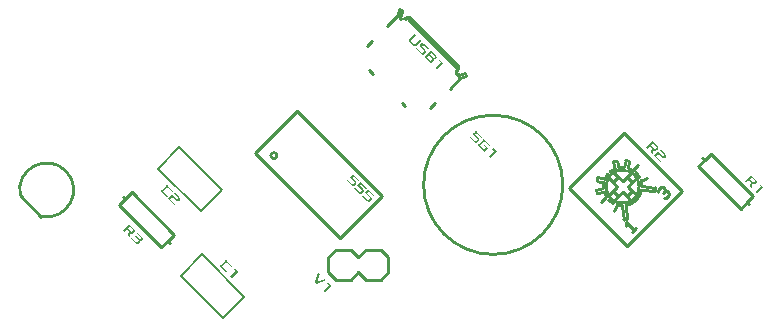
<source format=gto>
G04 ---------------------------- Layer name :TOP SILK LAYER*
G04 easyEDA 0.1*
G04 Scale: 100 percent, Rotated: No, Reflected: No *
G04 Dimensions in inches *
G04 leading zeros omitted , absolute positions ,2 integer and 4 * 
%FSLAX24Y24*%
%MOIN*%
G90*
G70D02*

%ADD10C,0.010000*%
%ADD11C,0.007900*%
%ADD12C,0.009000*%

%LPD*%
G54D10*
G01X30988Y7249D02*
G01X29573Y8663D01*
G01X29573Y8663D02*
G01X29786Y8876D01*
G01X29786Y8876D02*
G01X29998Y9088D01*
G01X29998Y9088D02*
G01X31412Y7673D01*
G01X31412Y7673D02*
G01X31200Y7461D01*
G01X31200Y7461D02*
G01X30988Y7249D01*
G01X29786Y8876D02*
G01X29715Y8946D01*
G01X31200Y7461D02*
G01X31271Y7391D01*
G01X18990Y4877D02*
G01X18490Y4877D01*
G01X18490Y4877D02*
G01X18240Y5127D01*
G01X18240Y5627D02*
G01X18490Y5877D01*
G01X18240Y5127D02*
G01X17990Y4877D01*
G01X17990Y4877D02*
G01X17490Y4877D01*
G01X17490Y4877D02*
G01X17240Y5127D01*
G01X17240Y5627D02*
G01X17490Y5877D01*
G01X17490Y5877D02*
G01X17990Y5877D01*
G01X17990Y5877D02*
G01X18240Y5627D01*
G01X19240Y5127D02*
G01X19240Y5627D01*
G01X18990Y4877D02*
G01X19240Y5127D01*
G01X19240Y5627D02*
G01X18990Y5877D01*
G01X18490Y5877D02*
G01X18990Y5877D01*
G01X17240Y5127D02*
G01X17240Y5627D01*
G01X6972Y7700D02*
G01X7680Y6989D01*
G01X10689Y7794D02*
G01X12103Y6380D01*
G01X12103Y6380D02*
G01X11891Y6168D01*
G01X11891Y6168D02*
G01X11679Y5956D01*
G01X11679Y5956D02*
G01X10265Y7370D01*
G01X10265Y7370D02*
G01X10477Y7582D01*
G01X10477Y7582D02*
G01X10689Y7794D01*
G01X11891Y6168D02*
G01X11962Y6097D01*
G01X10477Y7582D02*
G01X10406Y7653D01*
G01X25257Y7945D02*
G01X27095Y9783D01*
G01X27095Y9783D02*
G01X29040Y7839D01*
G01X29040Y7839D02*
G01X27201Y6000D01*
G01X27201Y6000D02*
G01X25257Y7945D01*
G01X27053Y8171D02*
G01X27194Y8312D01*
G01X27194Y8312D02*
G01X27336Y8454D01*
G01X27237Y7987D02*
G01X27378Y8129D01*
G01X27378Y8129D02*
G01X27519Y8270D01*
G01X27053Y7803D02*
G01X27194Y7662D01*
G01X27194Y7662D02*
G01X27336Y7521D01*
G01X27053Y7803D02*
G01X26911Y7662D01*
G01X26911Y7662D02*
G01X26770Y7521D01*
G01X26869Y7987D02*
G01X26727Y7846D01*
G01X26727Y7846D02*
G01X26586Y7704D01*
G01X26869Y7987D02*
G01X26727Y8129D01*
G01X26727Y8129D02*
G01X26586Y8270D01*
G01X27053Y8171D02*
G01X26911Y8312D01*
G01X26911Y8312D02*
G01X26770Y8454D01*
G01X27237Y7987D02*
G01X27378Y7846D01*
G01X27378Y7846D02*
G01X27519Y7704D01*
G01X27194Y8312D02*
G01X27378Y8129D01*
G01X26727Y7846D02*
G01X26911Y7662D01*
G01X26727Y8129D02*
G01X26911Y8312D01*
G01X27194Y7662D02*
G01X27378Y7846D01*
G01X27689Y7874D02*
G01X28142Y7832D01*
G01X27696Y7994D02*
G01X28149Y7952D01*
G01X27166Y7351D02*
G01X27208Y6898D01*
G01X27046Y7344D02*
G01X27095Y6884D01*
G01X27661Y8185D02*
G01X27880Y8277D01*
G01X26855Y7379D02*
G01X26763Y7160D01*
G01X27406Y8525D02*
G01X27555Y8701D01*
G01X27555Y8701D02*
G01X27555Y8701D01*
G01X26515Y7634D02*
G01X26339Y7485D01*
G01X26339Y7485D02*
G01X26339Y7485D01*
G01X27230Y8602D02*
G01X27279Y8836D01*
G01X26438Y7810D02*
G01X26204Y7761D01*
G01X27116Y8631D02*
G01X27159Y8857D01*
G01X26409Y7923D02*
G01X26183Y7881D01*
G01X26918Y8617D02*
G01X26855Y8836D01*
G01X26423Y8121D02*
G01X26204Y8185D01*
G01X26812Y8581D02*
G01X26742Y8807D01*
G01X26459Y8228D02*
G01X26232Y8298D01*
G01X28326Y7987D02*
G01X28396Y7987D01*
G01X28396Y7987D02*
G01X28467Y7916D01*
G01X28467Y7916D02*
G01X28467Y7846D01*
G01X28396Y7775D02*
G01X28467Y7846D01*
G01X28467Y7846D02*
G01X28538Y7846D01*
G01X28538Y7846D02*
G01X28608Y7775D01*
G01X28326Y7987D02*
G01X28219Y7881D01*
G01X28219Y7881D02*
G01X28219Y7810D01*
G01X28608Y7775D02*
G01X28608Y7704D01*
G01X28608Y7704D02*
G01X28502Y7598D01*
G01X28502Y7598D02*
G01X28432Y7598D01*
G01X27159Y6820D02*
G01X27442Y6538D01*
G01X27442Y6538D02*
G01X27512Y6608D01*
G01X27442Y6538D02*
G01X27371Y6467D01*
G01X27159Y6820D02*
G01X27159Y6679D01*
G54D11*
G01X14439Y4312D02*
G01X13025Y5726D01*
G01X12318Y5019D01*
G01X13732Y3605D01*
G01X14439Y4312D01*
G01X11575Y8587D02*
G01X12990Y7173D01*
G01X13697Y7880D01*
G01X12282Y9294D01*
G01X11575Y8587D01*
G54D12*
G01X14794Y9092D02*
G01X17622Y6263D01*
G01X19036Y7677D01*
G01X16208Y10506D01*
G01X14794Y9092D01*
G54D10*
G01X21518Y11736D02*
G01X21560Y11694D01*
G01X21560Y11694D02*
G01X21645Y11609D01*
G01X21645Y11609D02*
G01X21292Y11255D01*
G01X20797Y10760D02*
G01X20627Y10591D01*
G01X19807Y10661D02*
G01X19693Y10775D01*
G01X18718Y11750D02*
G01X18605Y11863D01*
G01X18534Y12684D02*
G01X18704Y12853D01*
G01X19198Y13348D02*
G01X19552Y13702D01*
G01X19552Y13702D02*
G01X19637Y13617D01*
G01X19637Y13617D02*
G01X19679Y13575D01*
G01X21525Y11941D02*
G01X19884Y13582D01*
G01X21581Y11998D02*
G01X19941Y13638D01*
G01X21518Y11849D02*
G01X21525Y11857D01*
G01X21525Y11857D02*
G01X21581Y11913D01*
G01X19793Y13575D02*
G01X19800Y13582D01*
G01X19800Y13582D02*
G01X19856Y13638D01*
G01X21645Y11609D02*
G01X21836Y11659D01*
G01X21836Y11659D02*
G01X21808Y11772D01*
G01X21808Y11772D02*
G01X21603Y11722D01*
G01X19552Y13702D02*
G01X19602Y13893D01*
G01X19602Y13893D02*
G01X19715Y13865D01*
G01X19715Y13865D02*
G01X19672Y13667D01*

%LPD*%
G36*
G01X31330Y8387D02*
G01X31120Y8177D01*
G01X31167Y8130D01*
G01X31259Y8221D01*
G01X31327Y8154D01*
G01X31303Y7994D01*
G01X31355Y7941D01*
G01X31379Y8102D01*
G01X31387Y8094D01*
G01X31387Y8094D01*
G01X31410Y8075D01*
G01X31434Y8066D01*
G01X31456Y8068D01*
G01X31476Y8081D01*
G01X31517Y8123D01*
G01X31517Y8123D01*
G01X31530Y8143D01*
G01X31532Y8165D01*
G01X31524Y8188D01*
G01X31505Y8212D01*
G01X31330Y8387D01*
G37*
G36*
G01X31637Y8080D02*
G01X31610Y8053D01*
G01X31674Y7990D01*
G01X31491Y7806D01*
G01X31538Y7759D01*
G01X31748Y7969D01*
G01X31637Y8080D01*
G37*

%LPC*%
G36*
G01X31405Y8131D02*
G01X31287Y8249D01*
G01X31351Y8313D01*
G01X31469Y8195D01*
G01X31469Y8195D01*
G01X31473Y8189D01*
G01X31475Y8183D01*
G01X31475Y8177D01*
G01X31471Y8172D01*
G01X31427Y8127D01*
G01X31427Y8127D01*
G01X31422Y8124D01*
G01X31417Y8124D01*
G01X31411Y8126D01*
G01X31405Y8131D01*
G37*

%LPD*%

%LPD*%
G36*
G01X16964Y5071D02*
G01X16915Y5119D01*
G01X16809Y4805D01*
G01X16864Y4750D01*
G01X17179Y4856D01*
G01X17129Y4905D01*
G01X16881Y4822D01*
G01X16964Y5071D01*
G37*
G36*
G01X17242Y4792D02*
G01X17215Y4765D01*
G01X17279Y4701D01*
G01X17096Y4518D01*
G01X17144Y4470D01*
G01X17354Y4680D01*
G01X17242Y4792D01*
G37*

%LPD*%

%LPD*%
G36*
G01X21975Y9673D02*
G01X21948Y9646D01*
G01X22123Y9471D01*
G01X22123Y9471D01*
G01X22147Y9452D01*
G01X22171Y9443D01*
G01X22193Y9445D01*
G01X22213Y9458D01*
G01X22266Y9512D01*
G01X22266Y9512D01*
G01X22280Y9532D01*
G01X22282Y9553D01*
G01X22273Y9577D01*
G01X22254Y9601D01*
G01X22139Y9716D01*
G01X22139Y9716D01*
G01X22135Y9722D01*
G01X22133Y9727D01*
G01X22133Y9733D01*
G01X22136Y9738D01*
G01X22169Y9771D01*
G01X22169Y9771D01*
G01X22175Y9774D01*
G01X22180Y9775D01*
G01X22186Y9773D01*
G01X22192Y9769D01*
G01X22341Y9619D01*
G01X22368Y9646D01*
G01X22209Y9805D01*
G01X22209Y9805D01*
G01X22185Y9824D01*
G01X22162Y9833D01*
G01X22140Y9831D01*
G01X22120Y9818D01*
G01X22090Y9788D01*
G01X22090Y9788D01*
G01X22077Y9767D01*
G01X22075Y9745D01*
G01X22083Y9722D01*
G01X22102Y9699D01*
G01X22217Y9584D01*
G01X22217Y9584D01*
G01X22222Y9578D01*
G01X22224Y9572D01*
G01X22224Y9567D01*
G01X22220Y9562D01*
G01X22163Y9505D01*
G01X22163Y9505D01*
G01X22158Y9501D01*
G01X22153Y9501D01*
G01X22146Y9503D01*
G01X22140Y9508D01*
G01X21975Y9673D01*
G37*
G36*
G01X22391Y9547D02*
G01X22257Y9414D01*
G01X22257Y9414D01*
G01X22244Y9393D01*
G01X22242Y9371D01*
G01X22251Y9348D01*
G01X22270Y9325D01*
G01X22445Y9150D01*
G01X22575Y9280D01*
G01X22466Y9388D01*
G01X22440Y9361D01*
G01X22500Y9301D01*
G01X22424Y9224D01*
G01X22306Y9342D01*
G01X22306Y9342D01*
G01X22302Y9348D01*
G01X22300Y9354D01*
G01X22300Y9360D01*
G01X22303Y9365D01*
G01X22440Y9501D01*
G01X22440Y9501D01*
G01X22445Y9504D01*
G01X22451Y9505D01*
G01X22456Y9503D01*
G01X22462Y9499D01*
G01X22615Y9346D01*
G01X22642Y9373D01*
G01X22480Y9535D01*
G01X22480Y9535D01*
G01X22456Y9553D01*
G01X22433Y9562D01*
G01X22411Y9560D01*
G01X22391Y9547D01*
G37*
G36*
G01X22739Y9276D02*
G01X22712Y9249D01*
G01X22775Y9185D01*
G01X22592Y9002D01*
G01X22640Y8954D01*
G01X22850Y9164D01*
G01X22739Y9276D01*
G37*

%LPD*%

%LPD*%
G36*
G01X10601Y6742D02*
G01X10391Y6532D01*
G01X10438Y6485D01*
G01X10530Y6577D01*
G01X10597Y6510D01*
G01X10574Y6349D01*
G01X10626Y6297D01*
G01X10649Y6457D01*
G01X10657Y6450D01*
G01X10657Y6450D01*
G01X10681Y6431D01*
G01X10704Y6422D01*
G01X10726Y6423D01*
G01X10746Y6437D01*
G01X10788Y6479D01*
G01X10788Y6479D01*
G01X10802Y6499D01*
G01X10804Y6521D01*
G01X10794Y6544D01*
G01X10775Y6568D01*
G01X10601Y6742D01*
G37*
G36*
G01X10689Y6288D02*
G01X10662Y6261D01*
G01X10825Y6098D01*
G01X10825Y6098D01*
G01X10849Y6079D01*
G01X10872Y6070D01*
G01X10894Y6072D01*
G01X10914Y6085D01*
G01X10960Y6131D01*
G01X10960Y6131D01*
G01X10971Y6146D01*
G01X10975Y6161D01*
G01X10974Y6175D01*
G01X10969Y6189D01*
G01X10969Y6189D01*
G01X10983Y6184D01*
G01X10998Y6184D01*
G01X11013Y6188D01*
G01X11027Y6199D01*
G01X11048Y6219D01*
G01X11048Y6219D01*
G01X11061Y6239D01*
G01X11063Y6261D01*
G01X11054Y6284D01*
G01X11035Y6308D01*
G01X10872Y6471D01*
G01X10845Y6444D01*
G01X10999Y6291D01*
G01X10999Y6291D01*
G01X11004Y6285D01*
G01X11006Y6279D01*
G01X11005Y6273D01*
G01X11002Y6268D01*
G01X10968Y6235D01*
G01X10968Y6235D01*
G01X10963Y6231D01*
G01X10958Y6231D01*
G01X10952Y6233D01*
G01X10946Y6238D01*
G01X10821Y6362D01*
G01X10794Y6335D01*
G01X10919Y6211D01*
G01X10919Y6211D01*
G01X10924Y6205D01*
G01X10926Y6199D01*
G01X10926Y6194D01*
G01X10922Y6189D01*
G01X10865Y6131D01*
G01X10865Y6131D01*
G01X10860Y6128D01*
G01X10855Y6127D01*
G01X10849Y6129D01*
G01X10843Y6134D01*
G01X10689Y6288D01*
G37*

%LPC*%
G36*
G01X10676Y6486D02*
G01X10558Y6604D01*
G01X10621Y6668D01*
G01X10739Y6550D01*
G01X10739Y6550D01*
G01X10744Y6544D01*
G01X10746Y6538D01*
G01X10746Y6532D01*
G01X10742Y6527D01*
G01X10698Y6483D01*
G01X10698Y6483D01*
G01X10693Y6479D01*
G01X10687Y6479D01*
G01X10682Y6481D01*
G01X10676Y6486D01*
G37*

%LPD*%

%LPD*%
G36*
G01X28042Y9509D02*
G01X27832Y9299D01*
G01X27880Y9251D01*
G01X27972Y9343D01*
G01X28039Y9276D01*
G01X28015Y9116D01*
G01X28068Y9063D01*
G01X28091Y9224D01*
G01X28099Y9216D01*
G01X28099Y9216D01*
G01X28123Y9197D01*
G01X28147Y9188D01*
G01X28169Y9190D01*
G01X28188Y9203D01*
G01X28230Y9245D01*
G01X28230Y9245D01*
G01X28244Y9265D01*
G01X28245Y9287D01*
G01X28237Y9310D01*
G01X28217Y9334D01*
G01X28042Y9509D01*
G37*
G36*
G01X28189Y9125D02*
G01X28097Y9033D01*
G01X28317Y8814D01*
G01X28344Y8840D01*
G01X28172Y9012D01*
G01X28240Y9079D01*
G01X28240Y9079D01*
G01X28245Y9083D01*
G01X28251Y9083D01*
G01X28257Y9081D01*
G01X28262Y9076D01*
G01X28370Y8968D01*
G01X28370Y8968D01*
G01X28394Y8949D01*
G01X28417Y8940D01*
G01X28439Y8942D01*
G01X28459Y8955D01*
G01X28489Y8985D01*
G01X28489Y8985D01*
G01X28503Y9006D01*
G01X28505Y9028D01*
G01X28496Y9051D01*
G01X28476Y9074D01*
G01X28324Y9227D01*
G01X28297Y9200D01*
G01X28440Y9057D01*
G01X28440Y9057D01*
G01X28445Y9051D01*
G01X28447Y9045D01*
G01X28447Y9040D01*
G01X28443Y9035D01*
G01X28409Y9002D01*
G01X28409Y9002D01*
G01X28405Y8998D01*
G01X28399Y8997D01*
G01X28393Y8999D01*
G01X28387Y9004D01*
G01X28278Y9113D01*
G01X28278Y9113D01*
G01X28255Y9132D01*
G01X28232Y9141D01*
G01X28210Y9139D01*
G01X28189Y9125D01*
G37*

%LPC*%
G36*
G01X28117Y9253D02*
G01X27999Y9371D01*
G01X28063Y9434D01*
G01X28181Y9316D01*
G01X28181Y9316D01*
G01X28186Y9310D01*
G01X28188Y9305D01*
G01X28188Y9299D01*
G01X28184Y9294D01*
G01X28139Y9249D01*
G01X28139Y9249D01*
G01X28135Y9246D01*
G01X28129Y9246D01*
G01X28123Y9248D01*
G01X28117Y9253D01*
G37*

%LPD*%

%LPD*%
G36*
G01X13788Y5517D02*
G01X13655Y5383D01*
G01X13655Y5383D01*
G01X13642Y5363D01*
G01X13640Y5341D01*
G01X13649Y5318D01*
G01X13668Y5294D01*
G01X13830Y5131D01*
G01X13857Y5158D01*
G01X13704Y5312D01*
G01X13704Y5312D01*
G01X13700Y5318D01*
G01X13698Y5323D01*
G01X13698Y5328D01*
G01X13701Y5333D01*
G01X13839Y5471D01*
G01X13839Y5471D01*
G01X13843Y5474D01*
G01X13849Y5475D01*
G01X13855Y5473D01*
G01X13860Y5468D01*
G01X14013Y5314D01*
G01X14040Y5341D01*
G01X13878Y5504D01*
G01X13878Y5504D01*
G01X13854Y5523D01*
G01X13831Y5532D01*
G01X13809Y5530D01*
G01X13788Y5517D01*
G37*
G36*
G01X14118Y5263D02*
G01X14091Y5237D01*
G01X14155Y5173D01*
G01X13972Y4990D01*
G01X14019Y4942D01*
G01X14229Y5152D01*
G01X14118Y5263D01*
G37*

%LPD*%

%LPD*%
G36*
G01X11821Y8017D02*
G01X11686Y7884D01*
G01X11686Y7884D01*
G01X11673Y7864D01*
G01X11672Y7842D01*
G01X11681Y7819D01*
G01X11700Y7795D01*
G01X11861Y7633D01*
G01X11888Y7660D01*
G01X11735Y7814D01*
G01X11735Y7814D01*
G01X11730Y7819D01*
G01X11729Y7825D01*
G01X11729Y7830D01*
G01X11733Y7834D01*
G01X11869Y7971D01*
G01X11869Y7971D01*
G01X11874Y7975D01*
G01X11880Y7975D01*
G01X11886Y7973D01*
G01X11892Y7969D01*
G01X12044Y7816D01*
G01X12071Y7843D01*
G01X11909Y8005D01*
G01X11909Y8005D01*
G01X11886Y8023D01*
G01X11863Y8032D01*
G01X11841Y8030D01*
G01X11821Y8017D01*
G37*
G36*
G01X11992Y7689D02*
G01X11898Y7596D01*
G01X12119Y7376D01*
G01X12144Y7402D01*
G01X11973Y7575D01*
G01X12040Y7643D01*
G01X12040Y7643D01*
G01X12045Y7645D01*
G01X12050Y7645D01*
G01X12056Y7643D01*
G01X12063Y7638D01*
G01X12169Y7530D01*
G01X12169Y7530D01*
G01X12193Y7511D01*
G01X12217Y7502D01*
G01X12239Y7504D01*
G01X12259Y7517D01*
G01X12290Y7547D01*
G01X12290Y7547D01*
G01X12303Y7568D01*
G01X12304Y7590D01*
G01X12295Y7614D01*
G01X12277Y7638D01*
G01X12125Y7790D01*
G01X12098Y7763D01*
G01X12240Y7620D01*
G01X12240Y7620D01*
G01X12245Y7615D01*
G01X12247Y7609D01*
G01X12247Y7603D01*
G01X12244Y7597D01*
G01X12210Y7565D01*
G01X12210Y7565D01*
G01X12205Y7561D01*
G01X12199Y7560D01*
G01X12193Y7562D01*
G01X12187Y7567D01*
G01X12079Y7675D01*
G01X12079Y7675D01*
G01X12056Y7694D01*
G01X12033Y7703D01*
G01X12012Y7702D01*
G01X11992Y7689D01*
G37*

%LPD*%

%LPD*%
G36*
G01X17881Y8225D02*
G01X17854Y8198D01*
G01X18023Y8029D01*
G01X18023Y8029D01*
G01X18047Y8010D01*
G01X18070Y8002D01*
G01X18091Y8004D01*
G01X18112Y8017D01*
G01X18166Y8071D01*
G01X18166Y8071D01*
G01X18179Y8091D01*
G01X18181Y8113D01*
G01X18172Y8136D01*
G01X18153Y8160D01*
G01X18032Y8281D01*
G01X18085Y8333D01*
G01X18244Y8174D01*
G01X18271Y8201D01*
G01X18064Y8408D01*
G01X17958Y8301D01*
G01X18117Y8142D01*
G01X18117Y8142D01*
G01X18121Y8136D01*
G01X18124Y8131D01*
G01X18123Y8125D01*
G01X18120Y8120D01*
G01X18063Y8063D01*
G01X18063Y8063D01*
G01X18057Y8060D01*
G01X18052Y8059D01*
G01X18046Y8061D01*
G01X18040Y8066D01*
G01X17881Y8225D01*
G37*
G36*
G01X18139Y7967D02*
G01X18112Y7940D01*
G01X18280Y7772D01*
G01X18280Y7772D01*
G01X18304Y7753D01*
G01X18327Y7744D01*
G01X18349Y7746D01*
G01X18370Y7759D01*
G01X18424Y7813D01*
G01X18424Y7813D01*
G01X18437Y7833D01*
G01X18439Y7855D01*
G01X18430Y7878D01*
G01X18411Y7902D01*
G01X18290Y8023D01*
G01X18343Y8075D01*
G01X18502Y7916D01*
G01X18529Y7943D01*
G01X18322Y8150D01*
G01X18215Y8044D01*
G01X18374Y7884D01*
G01X18374Y7884D01*
G01X18379Y7879D01*
G01X18381Y7873D01*
G01X18381Y7868D01*
G01X18378Y7862D01*
G01X18320Y7805D01*
G01X18320Y7805D01*
G01X18315Y7802D01*
G01X18310Y7802D01*
G01X18304Y7804D01*
G01X18298Y7808D01*
G01X18139Y7967D01*
G37*
G36*
G01X18397Y7709D02*
G01X18370Y7682D01*
G01X18538Y7514D01*
G01X18538Y7514D01*
G01X18562Y7495D01*
G01X18585Y7486D01*
G01X18607Y7488D01*
G01X18627Y7501D01*
G01X18681Y7555D01*
G01X18681Y7555D01*
G01X18694Y7576D01*
G01X18696Y7598D01*
G01X18687Y7621D01*
G01X18669Y7644D01*
G01X18548Y7765D01*
G01X18600Y7818D01*
G01X18759Y7659D01*
G01X18786Y7686D01*
G01X18580Y7892D01*
G01X18473Y7786D01*
G01X18632Y7627D01*
G01X18632Y7627D01*
G01X18637Y7621D01*
G01X18639Y7615D01*
G01X18638Y7610D01*
G01X18635Y7604D01*
G01X18578Y7547D01*
G01X18578Y7547D01*
G01X18573Y7544D01*
G01X18568Y7544D01*
G01X18562Y7546D01*
G01X18556Y7550D01*
G01X18397Y7709D01*
G37*

%LPD*%

%LPD*%
G36*
G01X20112Y13070D02*
G01X19940Y12898D01*
G01X19940Y12898D01*
G01X19927Y12878D01*
G01X19925Y12856D01*
G01X19934Y12833D01*
G01X19953Y12809D01*
G01X20077Y12685D01*
G01X20077Y12685D01*
G01X20101Y12666D01*
G01X20124Y12657D01*
G01X20146Y12659D01*
G01X20166Y12673D01*
G01X20338Y12844D01*
G01X20290Y12892D01*
G01X20117Y12719D01*
G01X20117Y12719D01*
G01X20112Y12715D01*
G01X20106Y12714D01*
G01X20100Y12716D01*
G01X20094Y12721D01*
G01X19989Y12827D01*
G01X19989Y12827D01*
G01X19985Y12832D01*
G01X19982Y12838D01*
G01X19983Y12844D01*
G01X19986Y12849D01*
G01X20159Y13023D01*
G01X20112Y13070D01*
G37*
G36*
G01X20199Y12617D02*
G01X20172Y12590D01*
G01X20347Y12414D01*
G01X20347Y12414D01*
G01X20371Y12395D01*
G01X20394Y12386D01*
G01X20417Y12388D01*
G01X20437Y12402D01*
G01X20490Y12455D01*
G01X20490Y12455D01*
G01X20504Y12476D01*
G01X20506Y12498D01*
G01X20497Y12521D01*
G01X20478Y12545D01*
G01X20364Y12660D01*
G01X20364Y12660D01*
G01X20359Y12666D01*
G01X20357Y12671D01*
G01X20357Y12676D01*
G01X20360Y12682D01*
G01X20393Y12715D01*
G01X20393Y12715D01*
G01X20399Y12718D01*
G01X20404Y12719D01*
G01X20410Y12717D01*
G01X20416Y12712D01*
G01X20565Y12563D01*
G01X20592Y12590D01*
G01X20433Y12749D01*
G01X20433Y12749D01*
G01X20409Y12768D01*
G01X20386Y12777D01*
G01X20364Y12775D01*
G01X20344Y12762D01*
G01X20314Y12731D01*
G01X20314Y12731D01*
G01X20301Y12711D01*
G01X20298Y12689D01*
G01X20307Y12666D01*
G01X20326Y12642D01*
G01X20441Y12528D01*
G01X20441Y12528D01*
G01X20446Y12522D01*
G01X20448Y12516D01*
G01X20448Y12511D01*
G01X20444Y12506D01*
G01X20387Y12448D01*
G01X20387Y12448D01*
G01X20382Y12445D01*
G01X20376Y12444D01*
G01X20370Y12446D01*
G01X20364Y12451D01*
G01X20199Y12617D01*
G37*
G36*
G01X20653Y12529D02*
G01X20443Y12319D01*
G01X20618Y12144D01*
G01X20618Y12144D01*
G01X20642Y12125D01*
G01X20665Y12116D01*
G01X20687Y12118D01*
G01X20707Y12132D01*
G01X20753Y12178D01*
G01X20753Y12178D01*
G01X20764Y12193D01*
G01X20767Y12209D01*
G01X20766Y12224D01*
G01X20760Y12238D01*
G01X20760Y12238D01*
G01X20774Y12233D01*
G01X20788Y12233D01*
G01X20803Y12237D01*
G01X20817Y12248D01*
G01X20837Y12268D01*
G01X20837Y12268D01*
G01X20851Y12288D01*
G01X20853Y12310D01*
G01X20844Y12333D01*
G01X20825Y12357D01*
G01X20653Y12529D01*
G37*
G36*
G01X20960Y12222D02*
G01X20933Y12195D01*
G01X20997Y12132D01*
G01X20814Y11948D01*
G01X20861Y11901D01*
G01X21071Y12111D01*
G01X20960Y12222D01*
G37*

%LPC*%
G36*
G01X20635Y12180D02*
G01X20517Y12299D01*
G01X20594Y12375D01*
G01X20712Y12257D01*
G01X20712Y12257D01*
G01X20717Y12251D01*
G01X20719Y12245D01*
G01X20719Y12240D01*
G01X20715Y12235D01*
G01X20658Y12178D01*
G01X20658Y12178D01*
G01X20653Y12174D01*
G01X20647Y12173D01*
G01X20641Y12175D01*
G01X20635Y12180D01*
G37*
G36*
G01X20736Y12288D02*
G01X20621Y12402D01*
G01X20673Y12455D01*
G01X20788Y12340D01*
G01X20788Y12340D01*
G01X20793Y12334D01*
G01X20795Y12328D01*
G01X20794Y12323D01*
G01X20791Y12318D01*
G01X20758Y12284D01*
G01X20758Y12284D01*
G01X20753Y12281D01*
G01X20747Y12280D01*
G01X20742Y12283D01*
G01X20736Y12288D01*
G37*

%LPD*%
G75*
G01X7677Y6994D02*
G03X6972Y7700I178J882D01*
G01*
G75*
G01X27167Y7355D02*
G03X27685Y7873I-114J632D01*
G01*
G75*
G01X27696Y7990D02*
G03X27666Y8182I-643J-3D01*
G01*
G75*
G01X27050Y7344D02*
G02X26858Y7374I2J643D01*
G01*
G75*
G01X27621Y8293D02*
G03X27503Y8449I-569J-305D01*
G01*
G75*
G01X26747Y7419D02*
G02X26591Y7536I305J568D01*
G01*
G75*
G01X27409Y8521D02*
G03X27231Y8604I-357J-534D01*
G01*
G75*
G01X26518Y7631D02*
G02X26435Y7809I535J357D01*
G01*
G75*
G01X27120Y8627D02*
G03X26922Y8617I-67J-640D01*
G01*
G75*
G01X26413Y7920D02*
G02X26422Y8117I640J67D01*
G01*
G75*
G01X26808Y8583D02*
G03X26641Y8482I246J-595D01*
G01*
G75*
G01X26457Y8232D02*
G02X26557Y8399I596J-245D01*
G01*
G75*
G01X28144Y7832D02*
G03X28155Y7950I-1091J155D01*
G01*
G75*
G01X27207Y6895D02*
G02X27090Y6885I-152J1092D01*
G01*
G75*
G01X27277Y8831D02*
G03X27161Y8853I-220J-844D01*
G01*
G75*
G01X26209Y7763D02*
G02X26187Y7879I844J224D01*
G01*
G75*
G01X26855Y8837D02*
G03X26742Y8803I194J-851D01*
G01*
G75*
G01X26203Y8185D02*
G02X26237Y8298I850J-198D01*
G01*
G75*
G01X21514Y11734D02*
G02X21514Y11846I56J56D01*
G01*
G75*
G01X21526Y11857D02*
G03X21526Y11940I-42J41D01*
G01*
G75*
G01X21584Y11915D02*
G03X21584Y11999I-41J42D01*
G01*
G75*
G01X19942Y13641D02*
G03X19858Y13641I-42J-42D01*
G01*
G75*
G01X19883Y13583D02*
G03X19800Y13583I-41J-42D01*
G01*
G75*
G01X19788Y13572D02*
G02X19677Y13572I-55J56D01*
G01*
G75*
G01X21604Y11722D02*
G03X21556Y11693I30J-104D01*
G01*
G75*
G01X19666Y13666D02*
G02X19635Y13614I-113J32D01*
G01*
G75*
G01X25060Y8046D02*
G03X25060Y8046I-2320J0D01*
G01*
G75*
G01X27603Y7986D02*
G03X27603Y7986I-550J0D01*
G01*
G75*
G01X15531Y9021D02*
G03X15531Y9021I-100J0D01*
G01*

M00*
M02*
</source>
